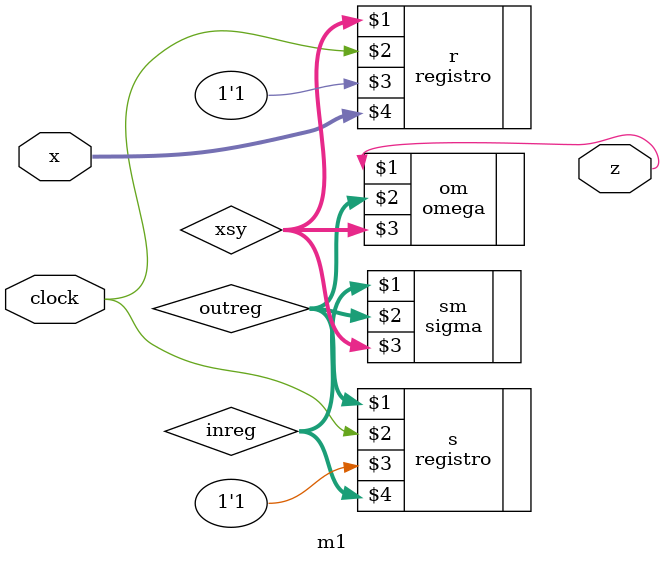
<source format=v>
module m1(output z, input [1:2]x, input clock);

   wire [1:2] outreg;
   wire [1:2] inreg;
   wire [1:2] xsy;
   
   registro #(2) r(xsy, clock, 1'b1, x);

   registro #(2) s(outreg, clock, 1'b1, inreg);
   sigma sm(inreg, outreg, xsy);
   omega om(z, outreg, xsy);
   
   
endmodule

</source>
